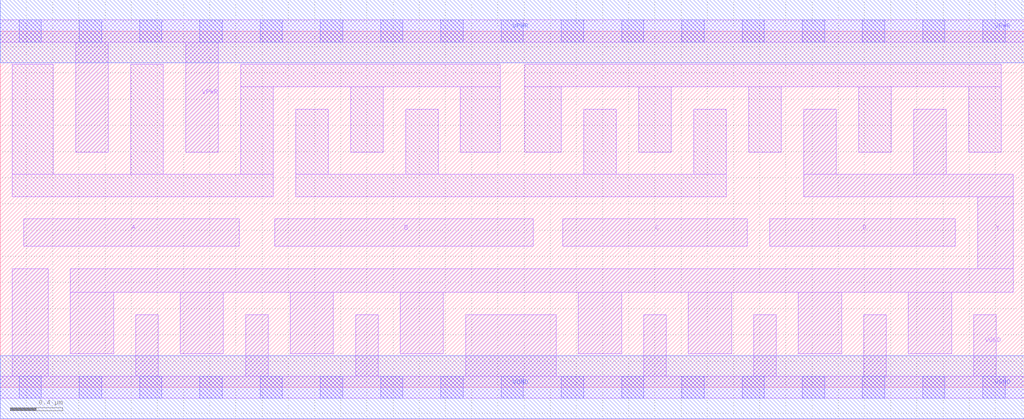
<source format=lef>
# Copyright 2020 The SkyWater PDK Authors
#
# Licensed under the Apache License, Version 2.0 (the "License");
# you may not use this file except in compliance with the License.
# You may obtain a copy of the License at
#
#     https://www.apache.org/licenses/LICENSE-2.0
#
# Unless required by applicable law or agreed to in writing, software
# distributed under the License is distributed on an "AS IS" BASIS,
# WITHOUT WARRANTIES OR CONDITIONS OF ANY KIND, either express or implied.
# See the License for the specific language governing permissions and
# limitations under the License.
#
# SPDX-License-Identifier: Apache-2.0

VERSION 5.7 ;
  NAMESCASESENSITIVE ON ;
  NOWIREEXTENSIONATPIN ON ;
  DIVIDERCHAR "/" ;
  BUSBITCHARS "[]" ;
UNITS
  DATABASE MICRONS 200 ;
END UNITS
MACRO sky130_fd_sc_hd__nor4_4
  CLASS CORE ;
  SOURCE USER ;
  FOREIGN sky130_fd_sc_hd__nor4_4 ;
  ORIGIN  0.000000  0.000000 ;
  SIZE  7.820000 BY  2.720000 ;
  SYMMETRY X Y R90 ;
  SITE unithd ;
  PIN A
    ANTENNAGATEAREA  0.990000 ;
    DIRECTION INPUT ;
    USE SIGNAL ;
    PORT
      LAYER li1 ;
        RECT 0.180000 1.075000 1.825000 1.285000 ;
    END
  END A
  PIN B
    ANTENNAGATEAREA  0.990000 ;
    DIRECTION INPUT ;
    USE SIGNAL ;
    PORT
      LAYER li1 ;
        RECT 2.095000 1.075000 4.070000 1.285000 ;
    END
  END B
  PIN C
    ANTENNAGATEAREA  0.990000 ;
    DIRECTION INPUT ;
    USE SIGNAL ;
    PORT
      LAYER li1 ;
        RECT 4.295000 1.075000 5.705000 1.285000 ;
    END
  END C
  PIN D
    ANTENNAGATEAREA  0.990000 ;
    DIRECTION INPUT ;
    USE SIGNAL ;
    PORT
      LAYER li1 ;
        RECT 5.875000 1.075000 7.295000 1.285000 ;
    END
  END D
  PIN Y
    ANTENNADIFFAREA  1.944000 ;
    DIRECTION OUTPUT ;
    USE SIGNAL ;
    PORT
      LAYER li1 ;
        RECT 0.535000 0.255000 0.865000 0.725000 ;
        RECT 0.535000 0.725000 7.735000 0.905000 ;
        RECT 1.375000 0.255000 1.705000 0.725000 ;
        RECT 2.215000 0.255000 2.545000 0.725000 ;
        RECT 3.055000 0.255000 3.385000 0.725000 ;
        RECT 4.415000 0.255000 4.745000 0.725000 ;
        RECT 5.255000 0.255000 5.585000 0.725000 ;
        RECT 6.095000 0.255000 6.425000 0.725000 ;
        RECT 6.135000 1.455000 7.735000 1.625000 ;
        RECT 6.135000 1.625000 6.385000 2.125000 ;
        RECT 6.935000 0.255000 7.265000 0.725000 ;
        RECT 6.975000 1.625000 7.225000 2.125000 ;
        RECT 7.465000 0.905000 7.735000 1.455000 ;
    END
  END Y
  PIN VGND
    DIRECTION INOUT ;
    SHAPE ABUTMENT ;
    USE GROUND ;
    PORT
      LAYER li1 ;
        RECT 0.000000 -0.085000 7.820000 0.085000 ;
        RECT 0.090000  0.085000 0.365000 0.905000 ;
        RECT 1.035000  0.085000 1.205000 0.555000 ;
        RECT 1.875000  0.085000 2.045000 0.555000 ;
        RECT 2.715000  0.085000 2.885000 0.555000 ;
        RECT 3.555000  0.085000 4.245000 0.555000 ;
        RECT 4.915000  0.085000 5.085000 0.555000 ;
        RECT 5.755000  0.085000 5.925000 0.555000 ;
        RECT 6.595000  0.085000 6.765000 0.555000 ;
        RECT 7.435000  0.085000 7.605000 0.555000 ;
      LAYER mcon ;
        RECT 0.145000 -0.085000 0.315000 0.085000 ;
        RECT 0.605000 -0.085000 0.775000 0.085000 ;
        RECT 1.065000 -0.085000 1.235000 0.085000 ;
        RECT 1.525000 -0.085000 1.695000 0.085000 ;
        RECT 1.985000 -0.085000 2.155000 0.085000 ;
        RECT 2.445000 -0.085000 2.615000 0.085000 ;
        RECT 2.905000 -0.085000 3.075000 0.085000 ;
        RECT 3.365000 -0.085000 3.535000 0.085000 ;
        RECT 3.825000 -0.085000 3.995000 0.085000 ;
        RECT 4.285000 -0.085000 4.455000 0.085000 ;
        RECT 4.745000 -0.085000 4.915000 0.085000 ;
        RECT 5.205000 -0.085000 5.375000 0.085000 ;
        RECT 5.665000 -0.085000 5.835000 0.085000 ;
        RECT 6.125000 -0.085000 6.295000 0.085000 ;
        RECT 6.585000 -0.085000 6.755000 0.085000 ;
        RECT 7.045000 -0.085000 7.215000 0.085000 ;
        RECT 7.505000 -0.085000 7.675000 0.085000 ;
      LAYER met1 ;
        RECT 0.000000 -0.240000 7.820000 0.240000 ;
    END
  END VGND
  PIN VPWR
    DIRECTION INOUT ;
    SHAPE ABUTMENT ;
    USE POWER ;
    PORT
      LAYER li1 ;
        RECT 0.000000 2.635000 7.820000 2.805000 ;
        RECT 0.575000 1.795000 0.825000 2.635000 ;
        RECT 1.415000 1.795000 1.665000 2.635000 ;
      LAYER mcon ;
        RECT 0.145000 2.635000 0.315000 2.805000 ;
        RECT 0.605000 2.635000 0.775000 2.805000 ;
        RECT 1.065000 2.635000 1.235000 2.805000 ;
        RECT 1.525000 2.635000 1.695000 2.805000 ;
        RECT 1.985000 2.635000 2.155000 2.805000 ;
        RECT 2.445000 2.635000 2.615000 2.805000 ;
        RECT 2.905000 2.635000 3.075000 2.805000 ;
        RECT 3.365000 2.635000 3.535000 2.805000 ;
        RECT 3.825000 2.635000 3.995000 2.805000 ;
        RECT 4.285000 2.635000 4.455000 2.805000 ;
        RECT 4.745000 2.635000 4.915000 2.805000 ;
        RECT 5.205000 2.635000 5.375000 2.805000 ;
        RECT 5.665000 2.635000 5.835000 2.805000 ;
        RECT 6.125000 2.635000 6.295000 2.805000 ;
        RECT 6.585000 2.635000 6.755000 2.805000 ;
        RECT 7.045000 2.635000 7.215000 2.805000 ;
        RECT 7.505000 2.635000 7.675000 2.805000 ;
      LAYER met1 ;
        RECT 0.000000 2.480000 7.820000 2.960000 ;
    END
  END VPWR
  OBS
    LAYER li1 ;
      RECT 0.090000 1.455000 2.085000 1.625000 ;
      RECT 0.090000 1.625000 0.405000 2.465000 ;
      RECT 0.995000 1.625000 1.245000 2.465000 ;
      RECT 1.835000 1.625000 2.085000 2.295000 ;
      RECT 1.835000 2.295000 3.820000 2.465000 ;
      RECT 2.255000 1.455000 5.545000 1.625000 ;
      RECT 2.255000 1.625000 2.505000 2.125000 ;
      RECT 2.675000 1.795000 2.925000 2.295000 ;
      RECT 3.095000 1.625000 3.345000 2.125000 ;
      RECT 3.515000 1.795000 3.820000 2.295000 ;
      RECT 4.005000 1.795000 4.285000 2.295000 ;
      RECT 4.005000 2.295000 7.645000 2.465000 ;
      RECT 4.455000 1.625000 4.705000 2.125000 ;
      RECT 4.875000 1.795000 5.125000 2.295000 ;
      RECT 5.295000 1.625000 5.545000 2.125000 ;
      RECT 5.715000 1.795000 5.965000 2.295000 ;
      RECT 6.555000 1.795000 6.805000 2.295000 ;
      RECT 7.395000 1.795000 7.645000 2.295000 ;
  END
END sky130_fd_sc_hd__nor4_4

</source>
